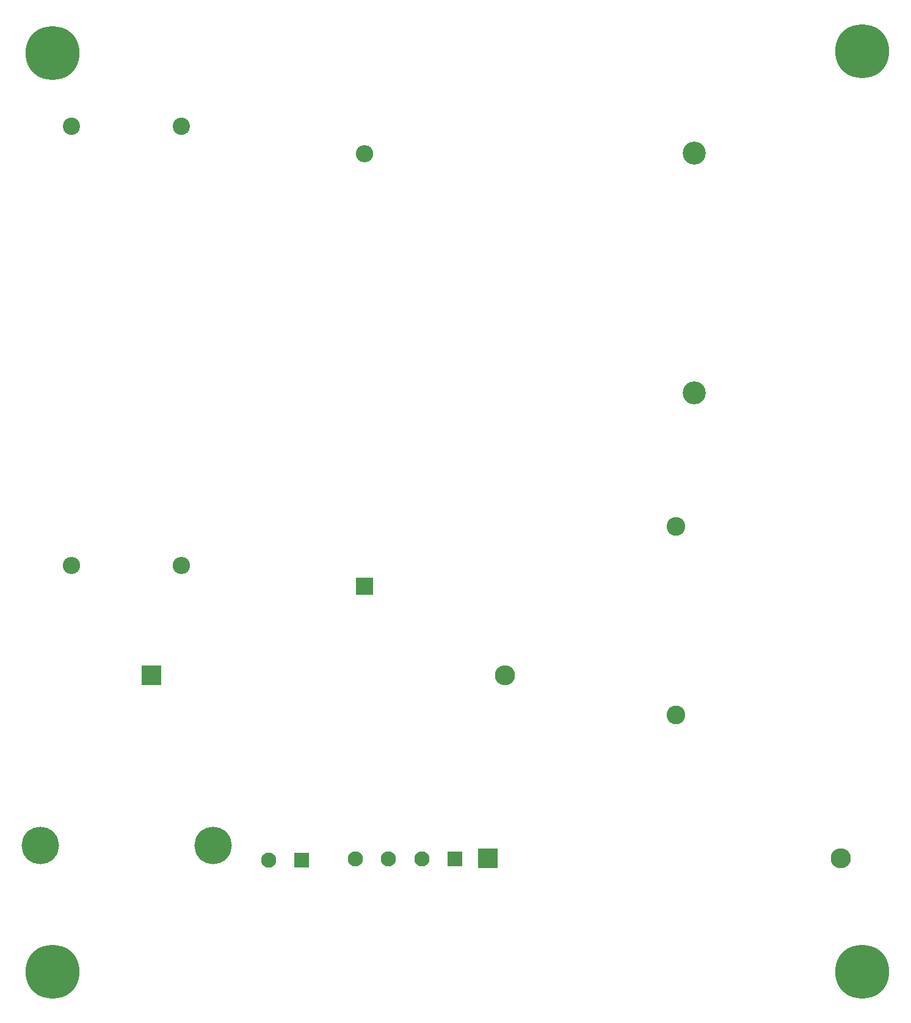
<source format=gbr>
%TF.GenerationSoftware,KiCad,Pcbnew,7.0.8-7.0.8~ubuntu20.04.1*%
%TF.CreationDate,2023-10-09T21:02:50+02:00*%
%TF.ProjectId,X-over for bookshelf-1,582d6f76-6572-4206-966f-7220626f6f6b,rev?*%
%TF.SameCoordinates,Original*%
%TF.FileFunction,Soldermask,Top*%
%TF.FilePolarity,Negative*%
%FSLAX46Y46*%
G04 Gerber Fmt 4.6, Leading zero omitted, Abs format (unit mm)*
G04 Created by KiCad (PCBNEW 7.0.8-7.0.8~ubuntu20.04.1) date 2023-10-09 21:02:50*
%MOMM*%
%LPD*%
G01*
G04 APERTURE LIST*
G04 Aperture macros list*
%AMRoundRect*
0 Rectangle with rounded corners*
0 $1 Rounding radius*
0 $2 $3 $4 $5 $6 $7 $8 $9 X,Y pos of 4 corners*
0 Add a 4 corners polygon primitive as box body*
4,1,4,$2,$3,$4,$5,$6,$7,$8,$9,$2,$3,0*
0 Add four circle primitives for the rounded corners*
1,1,$1+$1,$2,$3*
1,1,$1+$1,$4,$5*
1,1,$1+$1,$6,$7*
1,1,$1+$1,$8,$9*
0 Add four rect primitives between the rounded corners*
20,1,$1+$1,$2,$3,$4,$5,0*
20,1,$1+$1,$4,$5,$6,$7,0*
20,1,$1+$1,$6,$7,$8,$9,0*
20,1,$1+$1,$8,$9,$2,$3,0*%
G04 Aperture macros list end*
%ADD10C,2.400000*%
%ADD11O,2.400000X2.400000*%
%ADD12R,2.400000X2.400000*%
%ADD13C,7.500000*%
%ADD14R,2.800000X2.800000*%
%ADD15O,2.800000X2.800000*%
%ADD16C,5.200000*%
%ADD17C,3.200000*%
%ADD18RoundRect,0.250001X0.799999X0.799999X-0.799999X0.799999X-0.799999X-0.799999X0.799999X-0.799999X0*%
%ADD19C,2.100000*%
%ADD20C,2.600000*%
G04 APERTURE END LIST*
D10*
%TO.C,R1*%
X66060000Y-57640000D03*
D11*
X66060000Y-118600000D03*
%TD*%
D12*
%TO.C,C2*%
X91440000Y-121440000D03*
D11*
X91440000Y-61440000D03*
%TD*%
D13*
%TO.C,H4*%
X48200000Y-174940000D03*
%TD*%
%TO.C,H3*%
X48200000Y-47440000D03*
%TD*%
%TO.C,H1*%
X160440000Y-174940000D03*
%TD*%
D14*
%TO.C,C3*%
X61880000Y-133840000D03*
D15*
X110880000Y-133840000D03*
%TD*%
D16*
%TO.C,L1*%
X46490000Y-157440000D03*
X70390000Y-157440000D03*
%TD*%
D14*
%TO.C,C1*%
X108500000Y-159240000D03*
D15*
X157500000Y-159240000D03*
%TD*%
D13*
%TO.C,H2*%
X160440001Y-47190000D03*
%TD*%
D17*
%TO.C,L3*%
X137180000Y-94595000D03*
X137180000Y-61325000D03*
%TD*%
D18*
%TO.C,J1*%
X82740001Y-159440000D03*
D19*
X78140001Y-159440000D03*
%TD*%
D10*
%TO.C,R2*%
X50820000Y-57640000D03*
D11*
X50820000Y-118600000D03*
%TD*%
D18*
%TO.C,J2*%
X103951000Y-159297000D03*
D19*
X99351000Y-159297000D03*
X94751000Y-159297000D03*
X90151000Y-159297000D03*
%TD*%
D20*
%TO.C,L2*%
X134640000Y-113140000D03*
X134640000Y-139300000D03*
%TD*%
M02*

</source>
